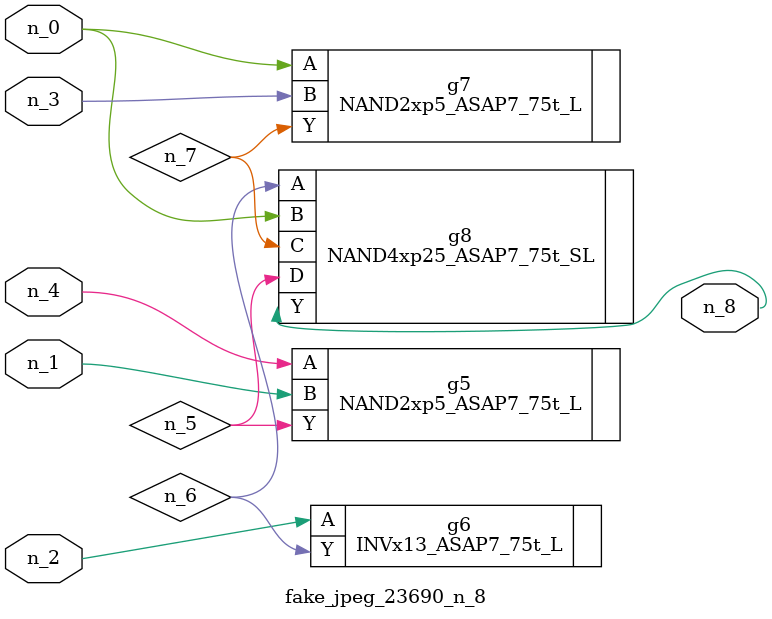
<source format=v>
module fake_jpeg_23690_n_8 (n_3, n_2, n_1, n_0, n_4, n_8);

input n_3;
input n_2;
input n_1;
input n_0;
input n_4;

output n_8;

wire n_6;
wire n_5;
wire n_7;

NAND2xp5_ASAP7_75t_L g5 ( 
.A(n_4),
.B(n_1),
.Y(n_5)
);

INVx13_ASAP7_75t_L g6 ( 
.A(n_2),
.Y(n_6)
);

NAND2xp5_ASAP7_75t_L g7 ( 
.A(n_0),
.B(n_3),
.Y(n_7)
);

NAND4xp25_ASAP7_75t_SL g8 ( 
.A(n_6),
.B(n_0),
.C(n_7),
.D(n_5),
.Y(n_8)
);


endmodule
</source>
